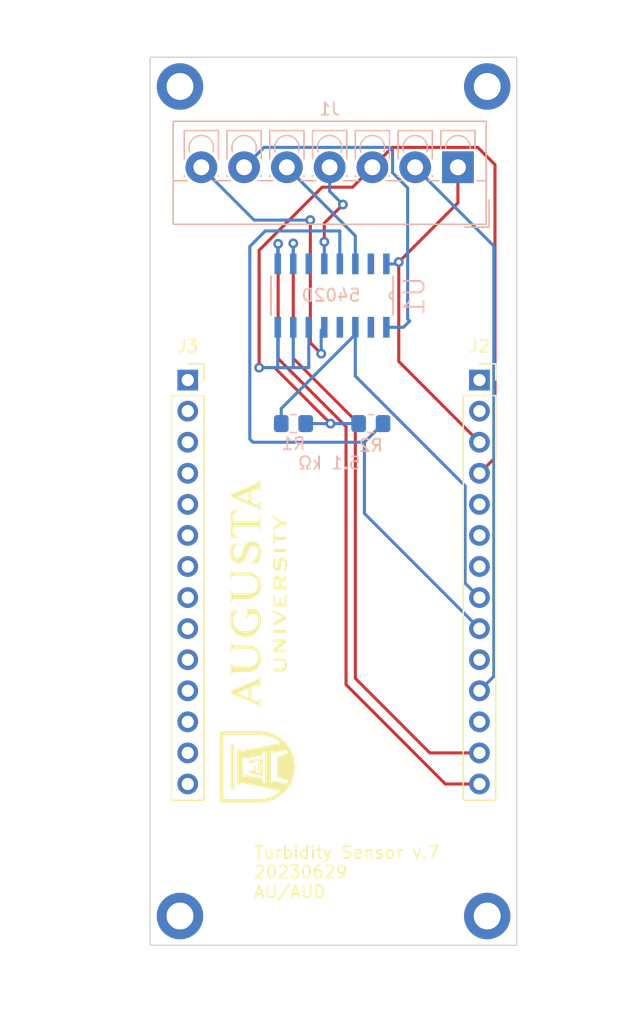
<source format=kicad_pcb>
(kicad_pcb (version 20221018) (generator pcbnew)
  (title_block (title "Turbidity Sensor PCB") (date "2023-06-29") (rev "7") (company "AU/AUD"))
  (layers (0 "F.Cu" signal) (31 "B.Cu" signal) (34 "B.Paste" user) (35 "F.Paste" user) (36 "B.SilkS" user "B.Silkscreen") (37 "F.SilkS" user "F.Silkscreen") (38 "B.Mask" user) (39 "F.Mask" user) (44 "Edge.Cuts" user))
  (net 0 "")
  (net 1 "/3.3V")
  (net 2 "/LED")
  (net 3 "/GND")
  (net 4 "Net-(J1-Pin_4)")
  (net 5 "Net-(J1-Pin_5)")
  (net 6 "Net-(J1-Pin_6)")
  (net 7 "Net-(J1-Pin_7)")
  (net 13 "/SCL")
  (net 14 "/SDA")
  (net 17 "/D7")
  (net 18 "/D6")
  (footprint "MountingHole:MountingHole_2.2mm_M2_DIN965_Pad" (layer "F.Cu") (at 135.001 127.889)
    (fp_text reference "REF**" hide)
    (fp_text value "MountingHole_2.2mm_M2_DIN965_Pad" hide)
  )
  (footprint "Connector_PinSocket_2.54mm:PinSocket_1x14_P2.54mm_Vertical" (layer "F.Cu") (at 159.512 84.074)
    (fp_text reference "J2")
    (fp_text value "Conn_01x14_Pin" hide)
  )
  (footprint "MountingHole:MountingHole_2.2mm_M2_DIN965_Pad" (layer "F.Cu") (at 160.147 60.071)
    (fp_text reference "REF**" hide)
    (fp_text value "MountingHole_2.2mm_M2_DIN965_Pad" hide)
  )
  (footprint "MountingHole:MountingHole_2.2mm_M2_DIN965_Pad" (layer "F.Cu") (at 135.001 60.071)
    (fp_text reference "REF**" hide)
    (fp_text value "MountingHole_2.2mm_M2_DIN965_Pad" hide)
  )
  (footprint "MountingHole:MountingHole_2.2mm_M2_DIN965_Pad" (layer "F.Cu") (at 160.147 127.889)
    (fp_text reference "REF**" hide)
    (fp_text value "MountingHole_2.2mm_M2_DIN965_Pad" hide)
  )
  (footprint "Connector_PinSocket_2.54mm:PinSocket_1x14_P2.54mm_Vertical" (layer "F.Cu") (at 135.636 84.074)
    (fp_text reference "J3")
    (fp_text value "Conn_01x14_Pin" hide)
  )
  (footprint "Resistor_SMD:R_0805_2012Metric_Pad1.20x1.40mm_HandSolder" (layer "B.Cu") (at 150.622 87.63 180)
    (fp_text reference "R2")
    (fp_text value "5.1 kΩ" hide)
  )
  (footprint "Project:74HC4052D" (layer "B.Cu") (at 147.447 77.1652 90)
    (fp_text reference "U1")
    (fp_text value "74HC4052D" hide)
  )
  (footprint "Resistor_SMD:R_0805_2012Metric_Pad1.20x1.40mm_HandSolder" (layer "B.Cu") (at 144.288 87.63)
    (fp_text reference "R1")
    (fp_text value "5.1 kΩ" hide)
  )
  (footprint "TerminalBlock_4Ucon:TerminalBlock_4Ucon_1x07_P3.50mm_Vertical" (layer "B.Cu") (at 157.749 66.675 180)
    (fp_text reference "J1")
    (fp_text value "Screw_Terminal_01x07" hide)
  )
  (gr_poly (pts (xy 139.460287 113.825827) (xy 139.460287 117.572327) (xy 139.153105 117.508827) (xy 139.153105 113.889327)) (fill solid) (layer "F.SilkS"))
  (gr_poly (pts (xy 141.370843 108.527546) (xy 141.583568 108.283071) (xy 141.593887 108.283071) (xy 141.593887 109.224459) (xy 141.583568 109.224459) (xy 141.370843 108.980778) (xy 140.844586 109.196678) (xy 140.844586 110.133302) (xy 141.370843 110.349203) (xy 141.583568 110.106315) (xy 141.593887 110.106315) (xy 141.593887 110.847678) (xy 141.583568 110.847678) (xy 141.370843 110.609552) (xy 140.621543 110.298619) (xy 140.621543 110.044402) (xy 140.621543 109.298277) (xy 139.732543 109.678483) (xy 140.621543 110.044402) (xy 140.621543 110.298619) (xy 139.153899 109.689597) (xy 139.153899 109.484016)) (fill solid) (layer "F.SilkS"))
  (gr_poly (pts (xy 141.370843 92.462047) (xy 141.583568 92.218366) (xy 141.593887 92.218366) (xy 141.593887 93.159754) (xy 141.583568 93.159754) (xy 141.370843 92.916071) (xy 140.844586 93.131973) (xy 140.844586 94.06939) (xy 141.370843 94.28529) (xy 141.583568 94.041609) (xy 141.593887 94.041609) (xy 141.593887 94.78059) (xy 141.583568 94.78059) (xy 141.370843 94.542464) (xy 140.621543 94.231799) (xy 140.621543 93.978902) (xy 140.621543 93.232777) (xy 139.732543 93.612984) (xy 140.621543 93.978902) (xy 140.621543 94.231799) (xy 139.153899 93.623304) (xy 139.153899 93.417723)) (fill solid) (layer "F.SilkS"))
  (gr_poly (pts (xy 143.726693 97.884944) (xy 143.726693 98.136563) (xy 142.640843 98.136563) (xy 142.640843 97.884944)) (fill solid) (layer "F.SilkS"))
  (gr_poly (pts (xy 142.796418 96.51811) (xy 142.796418 96.893554) (xy 143.726693 96.893554) (xy 143.726693 97.142791) (xy 142.796418 97.142791) (xy 142.796418 97.512677) (xy 142.637668 97.512677) (xy 142.637668 96.51811)) (fill solid) (layer "F.SilkS"))
  (gr_poly (pts (xy 141.366749 115.568541) (xy 141.368462 115.542224) (xy 141.370435 115.517039) (xy 141.372678 115.493087) (xy 141.375201 115.47047) (xy 141.378011 115.44929) (xy 141.38112 115.429646) (xy 141.384535 115.411641) (xy 141.388267 115.395375) (xy 141.392324 115.38095) (xy 141.394477 115.374459) (xy 141.396716 115.368466) (xy 141.39904 115.362984) (xy 141.401452 115.358026) (xy 141.403952 115.353603) (xy 141.406542 115.349729) (xy 141.409222 115.346416) (xy 141.411994 115.343678) (xy 141.414859 115.341525) (xy 141.417818 115.339973) (xy 141.420873 115.339032) (xy 141.424024 115.338715) (xy 141.427205 115.339177) (xy 141.430344 115.340547) (xy 141.436484 115.345932) (xy 141.442412 115.3547) (xy 141.448097 115.366682) (xy 141.453508 115.381712) (xy 141.458613 115.399618) (xy 141.46338 115.420234) (xy 141.46778 115.443391) (xy 141.471779 115.468919) (xy 141.475347 115.496651) (xy 141.481062 115.558051) (xy 141.484676 115.62624) (xy 141.485937 115.699871) (xy 141.485546 115.737283) (xy 141.484416 115.773502) (xy 141.482604 115.808362) (xy 141.480169 115.841692) (xy 141.477173 115.873325) (xy 141.473672 115.903091) (xy 141.469728 115.930823) (xy 141.465398 115.956352) (xy 141.460743 115.979508) (xy 141.455822 116.000124) (xy 141.450694 116.018031) (xy 141.445418 116.03306) (xy 141.442744 116.039443) (xy 141.440054 116.045043) (xy 141.437357 116.049839) (xy 141.434661 116.053811) (xy 141.431972 116.056937) (xy 141.429298 116.059195) (xy 141.426646 116.060566) (xy 141.424024 116.061028) (xy 141.421434 116.060711) (xy 141.418874 116.05977) (xy 141.41385 116.056065) (xy 141.408968 116.050014) (xy 141.404242 116.041717) (xy 141.399689 116.031276) (xy 141.395324 116.018793) (xy 141.39116 116.004368) (xy 141.387214 115.988102) (xy 141.3835 115.970096) (xy 141.380034 115.950453) (xy 141.373906 115.906655) (xy 141.36895 115.857519) (xy 141.365287 115.803852) (xy 141.372465 115.799888) (xy 141.379292 115.795474) (xy 141.385751 115.790634) (xy 141.391829 115.785392) (xy 141.39751 115.779772) (xy 141.40278 115.773798) (xy 141.407623 115.767494) (xy 141.412025 115.760884) (xy 141.415971 115.753992) (xy 141.419447 115.746843) (xy 141.422436 115.739459) (xy 141.424926 115.731865) (xy 141.426899 115.724086) (xy 141.428343 115.716144) (xy 141.429242 115.708064) (xy 141.42958 115.699871) (xy 141.429482 115.695762) (xy 141.429242 115.691678) (xy 141.428861 115.687622) (xy 141.428343 115.683598) (xy 141.427688 115.679609) (xy 141.426899 115.675657) (xy 141.425978 115.671745) (xy 141.424926 115.667877) (xy 141.423744 115.664056) (xy 141.422436 115.660283) (xy 141.421003 115.656564) (xy 141.419447 115.6529) (xy 141.417769 115.649294) (xy 141.415971 115.64575) (xy 141.414056 115.64227) (xy 141.412025 115.638858) (xy 141.40988 115.635517) (xy 141.407623 115.632249) (xy 141.405256 115.629057) (xy 141.40278 115.625945) (xy 141.400197 115.622915) (xy 141.39751 115.619971) (xy 141.39472 115.617115) (xy 141.391829 115.614351) (xy 141.388839 115.611681) (xy 141.385751 115.609109) (xy 141.382568 115.606637) (xy 141.379292 115.604269) (xy 141.375923 115.602007) (xy 141.372465 115.599854) (xy 141.368919 115.597815) (xy 141.365287 115.59589)) (fill solid) (layer "F.SilkS"))
  (gr_poly (pts (xy 142.604274 99.115669) (xy 142.606294 99.079533) (xy 142.609665 99.043562) (xy 142.614379 99.007793) (xy 142.620425 98.972262) (xy 142.627793 98.937007) (xy 142.636473 98.902064) (xy 142.646456 98.867471) (xy 142.657731 98.833265) (xy 142.670289 98.799482) (xy 142.684119 98.766159) (xy 142.699212 98.733334) (xy 142.715558 98.701044) (xy 142.733146 98.669325) (xy 142.751967 98.638215) (xy 142.882143 98.729498) (xy 142.867185 98.755844) (xy 142.853127 98.782617) (xy 142.839974 98.809791) (xy 142.827733 98.837345) (xy 142.816411 98.865254) (xy 142.806014 98.893496) (xy 142.796548 98.922048) (xy 142.788021 98.950885) (xy 142.780438 98.979984) (xy 142.773806 99.009323) (xy 142.768132 99.038878) (xy 142.763421 99.068626) (xy 142.759681 99.098543) (xy 142.756918 99.128607) (xy 142.755139 99.158793) (xy 142.754349 99.189079) (xy 142.754585 99.211118) (xy 142.75538 99.233606) (xy 142.756866 99.256285) (xy 142.759174 99.278896) (xy 142.762435 99.301182) (xy 142.766781 99.322884) (xy 142.772343 99.343745) (xy 142.779253 99.363505) (xy 142.787642 99.381907) (xy 142.792432 99.390519) (xy 142.797641 99.398694) (xy 142.803285 99.4064) (xy 142.809382 99.413605) (xy 142.815947 99.420278) (xy 142.822996 99.426385) (xy 142.830546 99.431894) (xy 142.838615 99.436774) (xy 142.847217 99.440991) (xy 142.856369 99.444514) (xy 142.866088 99.44731) (xy 142.876391 99.449347) (xy 142.887293 99.450593) (xy 142.898811 99.451016) (xy 142.910276 99.450405) (xy 142.921021 99.448604) (xy 142.931073 99.445661) (xy 142.940459 99.441622) (xy 142.949202 99.436536) (xy 142.957329 99.430448) (xy 142.964865 99.423406) (xy 142.971837 99.415458) (xy 142.978268 99.406651) (xy 142.984186 99.397031) (xy 142.989616 99.386647) (xy 142.994582 99.375546) (xy 142.999112 99.363774) (xy 143.00323 99.351379) (xy 143.006962 99.338408) (xy 143.010333 99.324908) (xy 143.016097 99.296512) (xy 143.020727 99.266569) (xy 143.024426 99.235456) (xy 143.027399 99.203551) (xy 143.03613 99.075572) (xy 143.039456 99.033895) (xy 143.043947 98.991073) (xy 143.049856 98.947635) (xy 143.057437 98.90411) (xy 143.066944 98.861027) (xy 143.07863 98.818914) (xy 143.092748 98.778301) (xy 143.109552 98.739717) (xy 143.129295 98.703692) (xy 143.140348 98.686803) (xy 143.152231 98.670753) (xy 143.164976 98.655606) (xy 143.178614 98.64143) (xy 143.193177 98.62829) (xy 143.208696 98.616252) (xy 143.225204 98.605383) (xy 143.242732 98.595749) (xy 143.261311 98.587415) (xy 143.280974 98.580448) (xy 143.301752 98.574915) (xy 143.323676 98.57088) (xy 143.346779 98.568411) (xy 143.371093 98.567573) (xy 143.398178 98.568471) (xy 143.424085 98.57112) (xy 143.448833 98.575452) (xy 143.472444 98.5814) (xy 143.49494 98.588896) (xy 143.516339 98.597873) (xy 143.536665 98.608263) (xy 143.555937 98.619998) (xy 143.574177 98.633011) (xy 143.591405 98.647234) (xy 143.607642 98.6626) (xy 143.62291 98.679041) (xy 143.637229 98.696489) (xy 143.65062 98.714878) (xy 143.663104 98.734138) (xy 143.674702 98.754204) (xy 143.685435 98.775006) (xy 143.695324 98.796478) (xy 143.70439 98.818552) (xy 143.712653 98.841161) (xy 143.720135 98.864236) (xy 143.726857 98.887711) (xy 143.738103 98.935588) (xy 143.746558 98.98425) (xy 143.75239 99.033158) (xy 143.755767 99.08177) (xy 143.756855 99.129547) (xy 143.756775 99.171069) (xy 143.754953 99.212422) (xy 143.751408 99.253553) (xy 143.746154 99.294411) (xy 143.73921 99.334945) (xy 143.730592 99.375103) (xy 143.720317 99.414834) (xy 143.708402 99.454087) (xy 143.694862 99.492809) (xy 143.679716 99.53095) (xy 143.66298 99.568458) (xy 143.644671 99.605281) (xy 143.624805 99.641369) (xy 143.603399 99.67667) (xy 143.580471 99.711132) (xy 143.556037 99.744704) (xy 143.428243 99.639135) (xy 143.4494 99.612101) (xy 143.469304 99.584272) (xy 143.487941 99.555691) (xy 143.505293 99.526403) (xy 143.521346 99.496452) (xy 143.536083 99.465882) (xy 143.549489 99.434737) (xy 143.561548 99.403063) (xy 143.572244 99.370903) (xy 143.581562 99.338301) (xy 143.589484 99.305302) (xy 143.595997 99.27195) (xy 143.601084 99.238289) (xy 143.604729 99.204364) (xy 143.606916 99.170219) (xy 143.607631 99.135898) (xy 143.607187 99.101617) (xy 143.605795 99.068519) (xy 143.603361 99.036747) (xy 143.599792 99.006443) (xy 143.594996 98.977747) (xy 143.588878 98.950803) (xy 143.581347 98.925751) (xy 143.572308 98.902734) (xy 143.56167 98.881894) (xy 143.555722 98.872335) (xy 143.549339 98.863373) (xy 143.54251 98.855026) (xy 143.535222 98.847311) (xy 143.527465 98.840248) (xy 143.519226 98.833852) (xy 143.510495 98.828143) (xy 143.501259 98.823137) (xy 143.491506 98.818853) (xy 143.481226 98.815308) (xy 143.470406 98.81252) (xy 143.459035 98.810506) (xy 143.447101 98.809285) (xy 143.434593 98.808874) (xy 143.422187 98.809375) (xy 143.41055 98.810857) (xy 143.399657 98.813285) (xy 143.389481 98.816627) (xy 143.379996 98.820848) (xy 143.371176 98.825915) (xy 143.362996 98.831795) (xy 143.355429 98.838454) (xy 143.348449 98.845857) (xy 143.34203 98.853973) (xy 143.336146 98.862767) (xy 143.330771 98.872205) (xy 143.32588 98.882254) (xy 143.321445 98.892881) (xy 143.317442 98.904052) (xy 143.313844 98.915732) (xy 143.310624 98.92789) (xy 143.307758 98.940491) (xy 143.305219 98.953501) (xy 143.302981 98.966887) (xy 143.299303 98.994654) (xy 143.296518 99.023521) (xy 143.294415 99.053221) (xy 143.292789 99.083485) (xy 143.29013 99.14463) (xy 143.287539 99.187772) (xy 143.283501 99.232555) (xy 143.277817 99.278368) (xy 143.270286 99.3246) (xy 143.26071 99.370642) (xy 143.248886 99.415883) (xy 143.234617 99.459712) (xy 143.217701 99.501519) (xy 143.197938 99.540694) (xy 143.186927 99.559104) (xy 143.175129 99.576626) (xy 143.16252 99.593185) (xy 143.149074 99.608705) (xy 143.134767 99.623109) (xy 143.119573 99.63632) (xy 143.103468 99.648263) (xy 143.086426 99.658861) (xy 143.068422 99.668038) (xy 143.049432 99.675718) (xy 143.02943 99.681823) (xy 143.008392 99.686279) (xy 142.986292 99.689008) (xy 142.963105 99.689935) (xy 142.938192 99.689163) (xy 142.91434 99.686883) (xy 142.891532 99.683149) (xy 142.86975 99.678017) (xy 142.848975 99.67154) (xy 142.829191 99.663774) (xy 142.81038 99.654773) (xy 142.792523 99.644592) (xy 142.775604 99.633286) (xy 142.759604 99.620908) (xy 142.744506 99.607515) (xy 142.730292 99.593159) (xy 142.716944 99.577897) (xy 142.704444 99.561783) (xy 142.692775 99.544871) (xy 142.681919 99.527216) (xy 142.671859 99.508873) (xy 142.662576 99.489896) (xy 142.654053 99.47034) (xy 142.646272 99.450259) (xy 142.639215 99.429709) (xy 142.632865 99.408744) (xy 142.627204 99.387418) (xy 142.622215 99.365787) (xy 142.614177 99.321825) (xy 142.608612 99.277296) (xy 142.605377 99.232637) (xy 142.60433 99.188285) (xy 142.603616 99.151931)) (fill solid) (layer "F.SilkS"))
  (gr_poly (pts (xy 143.286161 107.661565) (xy 143.319604 107.660459) (xy 143.351968 107.657114) (xy 143.383104 107.651482) (xy 143.398165 107.647795) (xy 143.412864 107.643519) (xy 143.427181 107.638649) (xy 143.441098 107.63318) (xy 143.454596 107.627105) (xy 143.467657 107.620418) (xy 143.480263 107.613115) (xy 143.492394 107.60519) (xy 143.504032 107.596636) (xy 143.515158 107.587448) (xy 143.525755 107.577621) (xy 143.535802 107.567149) (xy 143.545282 107.556026) (xy 143.554176 107.544247) (xy 143.562466 107.531805) (xy 143.570132 107.518695) (xy 143.577156 107.504912) (xy 143.58352 107.49045) (xy 143.589205 107.475303) (xy 143.594192 107.459465) (xy 143.598464 107.442932) (xy 143.602 107.425696) (xy 143.604783 107.407753) (xy 143.606793 107.389096) (xy 143.608013 107.369721) (xy 143.608424 107.349622) (xy 143.60802 107.327151) (xy 143.606818 107.305572) (xy 143.604835 107.284871) (xy 143.602088 107.265038) (xy 143.598593 107.24606) (xy 143.594365 107.227927) (xy 143.589422 107.210626) (xy 143.583781 107.194146) (xy 143.577457 107.178475) (xy 143.570466 107.163602) (xy 143.562826 107.149515) (xy 143.554553 107.136202) (xy 143.545663 107.123653) (xy 143.536173 107.111854) (xy 143.526098 107.100794) (xy 143.515456 107.090463) (xy 143.504263 107.080847) (xy 143.492535 107.071937) (xy 143.480289 107.063719) (xy 143.467541 107.056183) (xy 143.454308 107.049316) (xy 143.440606 107.043108) (xy 143.426451 107.037546) (xy 143.41186 107.032618) (xy 143.396849 107.028314) (xy 143.381435 107.024622) (xy 143.349462 107.019025) (xy 143.316073 107.015736) (xy 143.281399 107.01466) (xy 142.640843 107.01466) (xy 142.640843 106.833684) (xy 143.30283 106.833684) (xy 143.325618 106.832696) (xy 143.348301 106.832971) (xy 143.370831 106.834489) (xy 143.393161 106.837232) (xy 143.415244 106.841183) (xy 143.437032 106.846323) (xy 143.458478 106.852634) (xy 143.479535 106.860097) (xy 143.500154 106.868694) (xy 143.520289 106.878408) (xy 143.539892 106.889218) (xy 143.558915 106.901109) (xy 143.577312 106.91406) (xy 143.595034 106.928054) (xy 143.612035 106.943072) (xy 143.628267 106.959096) (xy 143.645787 106.980926) (xy 143.662158 107.003486) (xy 143.677367 107.026729) (xy 143.691396 107.05061) (xy 143.704233 107.075083) (xy 143.715862 107.100102) (xy 143.726267 107.125622) (xy 143.735435 107.151597) (xy 143.743349 107.17798) (xy 143.749996 107.204726) (xy 143.75536 107.231789) (xy 143.759425 107.259123) (xy 143.762179 107.286684) (xy 143.763604 107.314423) (xy 143.763687 107.342297) (xy 143.762412 107.370259) (xy 143.763866 107.398342) (xy 143.764023 107.426357) (xy 143.762894 107.45426) (xy 143.760492 107.482011) (xy 143.75683 107.509566) (xy 143.751921 107.536884) (xy 143.745777 107.563923) (xy 143.738411 107.590641) (xy 143.729835 107.616996) (xy 143.720063 107.642945) (xy 143.709106 107.668446) (xy 143.696977 107.693458) (xy 143.683689 107.717939) (xy 143.669255 107.741846) (xy 143.653688 107.765137) (xy 143.636999 107.787771) (xy 143.620662 107.804572) (xy 143.60346 107.820263) (xy 143.58545 107.834823) (xy 143.566687 107.848232) (xy 143.54723 107.860467) (xy 143.527135 107.871509) (xy 143.506459 107.881335) (xy 143.485259 107.889925) (xy 143.463592 107.897257) (xy 143.441514 107.903311) (xy 143.419084 107.908065) (xy 143.396357 107.911498) (xy 143.373391 107.913588) (xy 143.350242 107.914316) (xy 143.326967 107.913659) (xy 143.303624 107.911596) (xy 142.640843 107.911596) (xy 142.640843 107.661565)) (fill solid) (layer "F.SilkS"))
  (gr_poly (pts (xy 143.726693 104.491328) (xy 143.726693 104.742946) (xy 142.640843 104.742946) (xy 142.640843 104.491328)) (fill solid) (layer "F.SilkS"))
  (gr_poly (pts (xy 139.117798 103.68951) (xy 139.120162 103.63628) (xy 139.123682 103.583152) (xy 139.128352 103.530143) (xy 139.134171 103.477274) (xy 139.141135 103.424562) (xy 139.14924 103.372026) (xy 139.158482 103.319685) (xy 139.168859 103.267556) (xy 139.180366 103.215659) (xy 139.193001 103.164013) (xy 139.20676 103.112634) (xy 139.221638 103.061543) (xy 139.237634 103.010758) (xy 139.254743 102.960297) (xy 139.272962 102.910179) (xy 139.272962 102.910178) (xy 139.828587 102.910178) (xy 139.828587 102.920497) (xy 139.757092 102.976946) (xy 139.692696 103.032607) (xy 139.635055 103.087512) (xy 139.583826 103.141693) (xy 139.538667 103.195181) (xy 139.499235 103.248008) (xy 139.465185 103.300204) (xy 139.436176 103.351801) (xy 139.411865 103.402831) (xy 139.391908 103.453325) (xy 139.375962 103.503315) (xy 139.363685 103.552831) (xy 139.354733 103.601905) (xy 139.348763 103.650569) (xy 139.345433 103.698854) (xy 139.344399 103.746791) (xy 139.345617 103.795318) (xy 139.349239 103.842798) (xy 139.355219 103.8892) (xy 139.36351 103.93449) (xy 139.374065 103.978637) (xy 139.386838 104.021608) (xy 139.401782 104.06337) (xy 139.41885 104.103892) (xy 139.437997 104.14314) (xy 139.459174 104.181083) (xy 139.482336 104.217688) (xy 139.507436 104.252923) (xy 139.534427 104.286755) (xy 139.563262 104.319151) (xy 139.593895 104.35008) (xy 139.62628 104.379509) (xy 139.660369 104.407405) (xy 139.696115 104.433737) (xy 139.733474 104.458471) (xy 139.772396 104.481576) (xy 139.812837 104.503018) (xy 139.854749 104.522766) (xy 139.898085 104.540787) (xy 139.9428 104.557049) (xy 139.988846 104.571518) (xy 140.036176 104.584164) (xy 140.084745 104.594953) (xy 140.134504 104.603853) (xy 140.185409 104.610832) (xy 140.237411 104.615857) (xy 140.290465 104.618896) (xy 140.344524 104.619916) (xy 140.389768 104.619916) (xy 140.445762 104.618762) (xy 140.500608 104.615333) (xy 140.554265 104.60968) (xy 140.606691 104.601854) (xy 140.657845 104.591905) (xy 140.707686 104.579884) (xy 140.756172 104.565842) (xy 140.803262 104.54983) (xy 140.848915 104.531899) (xy 140.89309 104.512098) (xy 140.935745 104.490479) (xy 140.976839 104.467093) (xy 141.016331 104.44199) (xy 141.054179 104.415221) (xy 141.090343 104.386836) (xy 141.12478 104.356887) (xy 141.157451 104.325424) (xy 141.188312 104.292498) (xy 141.217324 104.25816) (xy 141.244444 104.22246) (xy 141.269632 104.185449) (xy 141.292847 104.147177) (xy 141.314046 104.107696) (xy 141.333189 104.067057) (xy 141.350235 104.025309) (xy 141.365142 103.982504) (xy 141.377868 103.938692) (xy 141.388374 103.893925) (xy 141.396616 103.848252) (xy 141.402555 103.801725) (xy 141.406148 103.754394) (xy 141.407355 103.70631) (xy 141.407492 103.68361) (xy 141.407017 103.660944) (xy 141.405933 103.638324) (xy 141.404242 103.615761) (xy 141.401947 103.593267) (xy 141.399051 103.570856) (xy 141.395554 103.548538) (xy 141.391461 103.526326) (xy 141.386773 103.504232) (xy 141.381493 103.482268) (xy 141.375622 103.460446) (xy 141.369164 103.438777) (xy 141.362121 103.417275) (xy 141.354496 103.395951) (xy 141.346289 103.374817) (xy 141.337505 103.353885) (xy 141.328064 103.332612) (xy 141.323163 103.322642) (xy 141.318123 103.313107) (xy 141.312931 103.304001) (xy 141.307573 103.295317) (xy 141.302036 103.287047) (xy 141.296305 103.279185) (xy 141.290367 103.271725) (xy 141.284208 103.264659) (xy 141.277815 103.25798) (xy 141.271174 103.251682) (xy 141.264272 103.245757) (xy 141.257094 103.2402) (xy 141.249628 103.235003) (xy 141.241858 103.230159) (xy 141.233773 103.225661) (xy 141.225357 103.221504) (xy 141.216598 103.217679) (xy 141.207482 103.21418) (xy 141.197995 103.211) (xy 141.188123 103.208133) (xy 141.177853 103.205571) (xy 141.167171 103.203308) (xy 141.156064 103.201336) (xy 141.144517 103.19965) (xy 141.132518 103.198242) (xy 141.120052 103.197105) (xy 141.093665 103.195618) (xy 141.065249 103.195135) (xy 140.681074 103.195135) (xy 140.461205 103.638047) (xy 140.450887 103.638047) (xy 140.450887 102.79826) (xy 141.308137 102.79826) (xy 141.344761 102.849631) (xy 141.379256 102.902253) (xy 141.411597 102.956058) (xy 141.441761 103.010978) (xy 141.469726 103.066946) (xy 141.495469 103.123896) (xy 141.518967 103.181758) (xy 141.540197 103.240467) (xy 141.559136 103.299954) (xy 141.575761 103.360152) (xy 141.590049 103.420995) (xy 141.601977 103.482413) (xy 141.611523 103.544341) (xy 141.618664 103.60671) (xy 141.623376 103.669453) (xy 141.625637 103.732502) (xy 141.624283 103.799834) (xy 141.620239 103.866479) (xy 141.613532 103.932343) (xy 141.604187 103.997332) (xy 141.59223 104.061348) (xy 141.577688 104.124298) (xy 141.560587 104.186086) (xy 141.540953 104.246618) (xy 141.518813 104.305796) (xy 141.494191 104.363528) (xy 141.467115 104.419717) (xy 141.437611 104.474267) (xy 141.405704 104.527085) (xy 141.371422 104.578075) (xy 141.334789 104.627141) (xy 141.295833 104.674189) (xy 141.25458 104.719123) (xy 141.211055 104.761847) (xy 141.165285 104.802268) (xy 141.117295 104.840289) (xy 141.067113 104.875815) (xy 141.014764 104.908752) (xy 140.960275 104.939004) (xy 140.903671 104.966475) (xy 140.844979 104.991071) (xy 140.784225 105.012697) (xy 140.721435 105.031256) (xy 140.656635 105.046655) (xy 140.589852 105.058797) (xy 140.521111 105.067588) (xy 140.450439 105.072933) (xy 140.377861 105.074735) (xy 140.346905 105.074735) (xy 140.277102 105.072913) (xy 140.208953 105.067512) (xy 140.142497 105.058635) (xy 140.07777 105.046382) (xy 140.014808 105.030854) (xy 139.953648 105.012152) (xy 139.894328 104.990378) (xy 139.836884 104.965632) (xy 139.781352 104.938015) (xy 139.72777 104.907628) (xy 139.676174 104.874573) (xy 139.6266 104.83895) (xy 139.579087 104.80086) (xy 139.53367 104.760404) (xy 139.490387 104.717684) (xy 139.449273 104.6728) (xy 139.410367 104.625854) (xy 139.373704 104.576945) (xy 139.339321 104.526177) (xy 139.307256 104.473648) (xy 139.277544 104.419461) (xy 139.250223 104.363716) (xy 139.22533 104.306515) (xy 139.202901 104.247958) (xy 139.182973 104.188147) (xy 139.165582 104.127182) (xy 139.150766 104.065164) (xy 139.138562 104.002195) (xy 139.129006 103.938376) (xy 139.122134 103.873806) (xy 139.117984 103.808589) (xy 139.116593 103.742824)) (fill solid) (layer "F.SilkS"))
  (gr_poly (pts (xy 143.355218 105.466848) (xy 142.640843 105.466848) (xy 142.640843 105.285872) (xy 143.726693 105.285872) (xy 143.726693 105.500977) (xy 142.932943 106.146297) (xy 143.726693 106.146297) (xy 143.726693 106.327272) (xy 142.640843 106.327272) (xy 142.640843 106.047078)) (fill solid) (layer "F.SilkS"))
  (gr_poly (pts (xy 139.117619 98.166359) (xy 139.120522 98.116872) (xy 139.124505 98.067495) (xy 139.129565 98.018247) (xy 139.135698 97.969145) (xy 139.1429 97.920206) (xy 139.151169 97.871447) (xy 139.160499 97.822887) (xy 139.170888 97.774541) (xy 139.182333 97.726429) (xy 139.194829 97.678567) (xy 139.208373 97.630973) (xy 139.222962 97.583664) (xy 139.238592 97.536657) (xy 139.25526 97.489971) (xy 139.272962 97.443621) (xy 139.828587 97.443621) (xy 139.828587 97.453942) (xy 139.773181 97.493893) (xy 139.720727 97.535131) (xy 139.671309 97.577601) (xy 139.625015 97.62125) (xy 139.581929 97.666024) (xy 139.542139 97.71187) (xy 139.50573 97.758735) (xy 139.472788 97.806565) (xy 139.4434 97.855307) (xy 139.41765 97.904906) (xy 139.395627 97.955311) (xy 139.386039 97.980798) (xy 139.377414 98.006466) (xy 139.369764 98.032308) (xy 139.363099 98.058319) (xy 139.35743 98.08449) (xy 139.352768 98.110816) (xy 139.349123 98.137289) (xy 139.346506 98.163903) (xy 139.344928 98.190652) (xy 139.344399 98.217528) (xy 139.344964 98.247611) (xy 139.346628 98.276409) (xy 139.349346 98.303944) (xy 139.353075 98.330236) (xy 139.357768 98.355309) (xy 139.363382 98.379182) (xy 139.369871 98.401879) (xy 139.377191 98.42342) (xy 139.385297 98.443828) (xy 139.394144 98.463123) (xy 139.403688 98.481329) (xy 139.413883 98.498465) (xy 139.424686 98.514555) (xy 139.43605 98.529619) (xy 139.447932 98.543679) (xy 139.460287 98.556758) (xy 139.473069 98.568875) (xy 139.486235 98.580055) (xy 139.499739 98.590317) (xy 139.513536 98.599683) (xy 139.541833 98.615817) (xy 139.570767 98.628629) (xy 139.59998 98.638292) (xy 139.629114 98.644979) (xy 139.65781 98.648865) (xy 139.685712 98.650122) (xy 139.703174 98.650122) (xy 139.725057 98.649481) (xy 139.746075 98.64757) (xy 139.766259 98.64441) (xy 139.785636 98.640018) (xy 139.804236 98.634415) (xy 139.822087 98.627618) (xy 139.839219 98.619647) (xy 139.855661 98.610521) (xy 139.871441 98.600259) (xy 139.886588 98.58888) (xy 139.901132 98.576404) (xy 139.915101 98.562848) (xy 139.928524 98.548233) (xy 139.94143 98.532576) (xy 139.953847 98.515898) (xy 139.965806 98.498218) (xy 139.977335 98.479554) (xy 139.988462 98.459925) (xy 139.999217 98.43935) (xy 140.009628 98.417849) (xy 140.029537 98.372144) (xy 140.048418 98.322961) (xy 140.066504 98.270452) (xy 140.084027 98.21477) (xy 140.101217 98.156068) (xy 140.118305 98.094497) (xy 140.146068 97.995339) (xy 140.175914 97.901829) (xy 140.208049 97.814069) (xy 140.242676 97.732163) (xy 140.280001 97.656216) (xy 140.320228 97.586329) (xy 140.363562 97.522608) (xy 140.410207 97.465154) (xy 140.434835 97.43881) (xy 140.460368 97.414072) (xy 140.486831 97.390953) (xy 140.51425 97.369466) (xy 140.54265 97.349623) (xy 140.572058 97.331438) (xy 140.602497 97.314923) (xy 140.633995 97.300092) (xy 140.666576 97.286957) (xy 140.700267 97.275531) (xy 140.735092 97.265828) (xy 140.771078 97.25786) (xy 140.80825 97.251641) (xy 140.846633 97.247182) (xy 140.886254 97.244497) (xy 140.927137 97.243599) (xy 140.948568 97.243599) (xy 140.982443 97.244528) (xy 141.016021 97.247307) (xy 141.049251 97.251927) (xy 141.082081 97.258378) (xy 141.11446 97.266651) (xy 141.146338 97.276735) (xy 141.177663 97.288621) (xy 141.208385 97.302299) (xy 141.238452 97.31776) (xy 141.267813 97.334993) (xy 141.296418 97.35399) (xy 141.324215 97.374739) (xy 141.351153 97.397233) (xy 141.377182 97.421459) (xy 141.40225 97.44741) (xy 141.426306 97.475075) (xy 141.4493 97.504445) (xy 141.47118 97.53551) (xy 141.491895 97.568259) (xy 141.511394 97.602684) (xy 141.529626 97.638775) (xy 141.546541 97.676521) (xy 141.562087 97.715914) (xy 141.576213 97.756943) (xy 141.588869 97.799598) (xy 141.600002 97.84387) (xy 141.609562 97.88975) (xy 141.617499 97.937227) (xy 141.623761 97.986292) (xy 141.628297 98.036935) (xy 141.631056 98.089145) (xy 141.631987 98.142915) (xy 141.630505 98.197963) (xy 141.626196 98.254316) (xy 141.619267 98.311752) (xy 141.609923 98.370051) (xy 141.598369 98.428992) (xy 141.584813 98.488354) (xy 141.569458 98.547916) (xy 141.552512 98.607457) (xy 141.514668 98.725592) (xy 141.472927 98.840993) (xy 141.428934 98.951892) (xy 141.384337 99.056522) (xy 140.768387 99.056522) (xy 140.768387 99.046202) (xy 140.83922 98.993249) (xy 140.906656 98.940292) (xy 140.970531 98.887233) (xy 141.030684 98.833974) (xy 141.086953 98.780416) (xy 141.139178 98.726464) (xy 141.187196 98.672018) (xy 141.230845 98.616982) (xy 141.269965 98.561257) (xy 141.304393 98.504746) (xy 141.333967 98.447352) (xy 141.346884 98.418293) (xy 141.358527 98.388976) (xy 141.368876 98.35939) (xy 141.377911 98.329522) (xy 141.385611 98.299359) (xy 141.391956 98.26889) (xy 141.396927 98.238103) (xy 141.400502 98.206984) (xy 141.402662 98.175523) (xy 141.403387 98.143707) (xy 141.402891 98.113444) (xy 141.401421 98.084122) (xy 141.399001 98.055741) (xy 141.395658 98.028305) (xy 141.391417 98.001813) (xy 141.386303 97.976267) (xy 141.380342 97.951668) (xy 141.373559 97.928018) (xy 141.365979 97.905318) (xy 141.357629 97.883569) (xy 141.348532 97.862773) (xy 141.338716 97.842931) (xy 141.328205 97.824043) (xy 141.317025 97.806113) (xy 141.3052 97.78914) (xy 141.292758 97.773126) (xy 141.279722 97.758073) (xy 141.266119 97.743981) (xy 141.251973 97.730852) (xy 141.237311 97.718688) (xy 141.222158 97.707489) (xy 141.206539 97.697257) (xy 141.19048 97.687994) (xy 141.174005 97.6797) (xy 141.157141 97.672377) (xy 141.139913 97.666026) (xy 141.122347 97.660648) (xy 141.104467 97.656245) (xy 141.086299 97.652819) (xy 141.067869 97.65037) (xy 141.030324 97.648409) (xy 141.012861 97.648409) (xy 140.98527 97.649251) (xy 140.958731 97.651755) (xy 140.933214 97.655883) (xy 140.908689 97.661599) (xy 140.885126 97.668865) (xy 140.862492 97.677647) (xy 140.840758 97.687906) (xy 140.819893 97.699606) (xy 140.799867 97.71271) (xy 140.780648 97.727183) (xy 140.762206 97.742987) (xy 140.74451 97.760086) (xy 140.72753 97.778442) (xy 140.711235 97.798021) (xy 140.695595 97.818784) (xy 140.680578 97.840695) (xy 140.666154 97.863717) (xy 140.652292 97.887815) (xy 140.638962 97.912951) (xy 140.626133 97.939089) (xy 140.601855 97.994223) (xy 140.579213 98.052924) (xy 140.557962 98.114899) (xy 140.537856 98.179856) (xy 140.51865 98.2475) (xy 140.500099 98.31754) (xy 140.47591 98.402608) (xy 140.449166 98.482465) (xy 140.41984 98.557074) (xy 140.387907 98.626396) (xy 140.353342 98.690392) (xy 140.31612 98.749025) (xy 140.276213 98.802256) (xy 140.233597 98.850047) (xy 140.211266 98.87189) (xy 140.188247 98.892359) (xy 140.164538 98.911448) (xy 140.140136 98.929154) (xy 140.115038 98.94547) (xy 140.08924 98.960393) (xy 140.062739 98.973917) (xy 140.035532 98.986039) (xy 140.007616 98.996752) (xy 139.978987 99.006052) (xy 139.949643 99.013934) (xy 139.919579 99.020395) (xy 139.888794 99.025428) (xy 139.857284 99.029028) (xy 139.825045 99.031192) (xy 139.792074 99.031915) (xy 139.767468 99.031915) (xy 139.735569 99.030989) (xy 139.703903 99.028227) (xy 139.67252 99.023656) (xy 139.641472 99.017299) (xy 139.610811 99.009181) (xy 139.580586 98.999328) (xy 139.55085 98.987765) (xy 139.521653 98.974517) (xy 139.493047 98.959608) (xy 139.465083 98.943064) (xy 139.437812 98.924909) (xy 139.411285 98.905169) (xy 139.385553 98.883869) (xy 139.360668 98.861033) (xy 139.33668 98.836687) (xy 139.313641 98.810855) (xy 139.291602 98.783563) (xy 139.270614 98.754836) (xy 139.250729 98.724699) (xy 139.231997 98.693176) (xy 139.214469 98.660292) (xy 139.198197 98.626074) (xy 139.183232 98.590544) (xy 139.169625 98.55373) (xy 139.157428 98.515655) (xy 139.14669 98.476345) (xy 139.137464 98.435824) (xy 139.129801 98.394118) (xy 139.123752 98.351251) (xy 139.119368 98.30725) (xy 139.1167 98.262137) (xy 139.115799 98.21594)) (fill solid) (layer "F.SilkS"))
  (gr_poly (pts (xy 141.477999 112.774109) (xy 141.577522 112.775752) (xy 141.676485 112.780742) (xy 141.774818 112.789035) (xy 141.872451 112.800592) (xy 141.969314 112.815372) (xy 142.065338 112.833332) (xy 142.160453 112.854433) (xy 142.254588 112.878633) (xy 142.347675 112.90589) (xy 142.439643 112.936165) (xy 142.530422 112.969415) (xy 142.619944 113.005599) (xy 142.708137 113.044677) (xy 142.794932 113.086607) (xy 142.88026 113.131349) (xy 142.96405 113.17886) (xy 143.046233 113.229101) (xy 143.126739 113.282029) (xy 143.205498 113.337605) (xy 143.28244 113.395786) (xy 143.357495 113.456531) (xy 143.430595 113.5198) (xy 143.501668 113.585551) (xy 143.570646 113.653744) (xy 143.637457 113.724336) (xy 143.702034 113.797288) (xy 143.764305 113.872557) (xy 143.8242 113.950103) (xy 143.881651 114.029885) (xy 143.936588 114.111861) (xy 143.988939 114.195991) (xy 144.038637 114.282233) (xy 144.068006 114.336209) (xy 144.147068 114.498162) (xy 144.215589 114.663537) (xy 144.273568 114.831845) (xy 144.321006 115.002597) (xy 144.357902 115.175304) (xy 144.384256 115.349477) (xy 144.400068 115.524628) (xy 144.405339 115.700268) (xy 144.400068 115.875908) (xy 144.384256 116.051059) (xy 144.357902 116.225232) (xy 144.321006 116.397939) (xy 144.273568 116.568691) (xy 144.215589 116.736999) (xy 144.147068 116.902374) (xy 144.068006 117.064327) (xy 144.038637 117.118302) (xy 144.038596 117.118374) (xy 144.038557 117.118446) (xy 143.936498 117.288812) (xy 143.824102 117.450564) (xy 143.727487 117.571405) (xy 143.727487 117.054008) (xy 143.743201 117.027728) (xy 143.758592 117.001274) (xy 143.773661 116.974646) (xy 143.788407 116.947844) (xy 143.802831 116.920869) (xy 143.816933 116.89372) (xy 143.830711 116.866398) (xy 143.844168 116.838902) (xy 142.949612 116.53569) (xy 142.949612 114.862465) (xy 143.844168 114.56084) (xy 143.844168 114.560046) (xy 143.830699 114.532364) (xy 143.816883 114.50488) (xy 143.802719 114.477595) (xy 143.788208 114.450508) (xy 143.77335 114.42362) (xy 143.758145 114.39693) (xy 143.742592 114.370439) (xy 143.726693 114.344146) (xy 142.643224 114.565602) (xy 142.438436 114.411615) (xy 142.438436 116.98654) (xy 142.643224 116.832552) (xy 143.727487 117.054008) (xy 143.727487 117.571405) (xy 143.701927 117.603373) (xy 143.570533 117.74691) (xy 143.430477 117.880845) (xy 143.282319 118.004852) (xy 143.126616 118.118599) (xy 142.963929 118.221759) (xy 142.794814 118.314003) (xy 142.619832 118.395001) (xy 142.439541 118.464425) (xy 142.254499 118.521947) (xy 142.065265 118.567237) (xy 141.872398 118.599966) (xy 141.676456 118.619806) (xy 141.477999 118.626427) (xy 138.550649 118.626427) (xy 138.550649 118.325596) (xy 141.477205 118.325596) (xy 141.597675 118.322921) (xy 141.717447 118.314751) (xy 141.836346 118.301151) (xy 141.954199 118.282188) (xy 142.070831 118.257928) (xy 142.186068 118.228438) (xy 142.299736 118.193783) (xy 142.411662 118.154031) (xy 142.521672 118.109246) (xy 142.62959 118.059496) (xy 142.735244 118.004847) (xy 142.838459 117.945365) (xy 142.939062 117.881117) (xy 143.036878 117.812167) (xy 143.131734 117.738584) (xy 143.223455 117.660433) (xy 141.989174 117.404534) (xy 141.989174 116.998446) (xy 141.989174 114.400502) (xy 141.782799 114.442571) (xy 141.782799 114.746577) (xy 140.346905 115.038677) (xy 140.138943 114.883896) (xy 140.138943 116.515052) (xy 140.345318 116.359477) (xy 141.782799 116.652371) (xy 141.782799 116.956377) (xy 141.989174 116.998446) (xy 141.989174 117.404534) (xy 140.038137 117.000033) (xy 139.788899 117.188152) (xy 139.686505 117.188152) (xy 139.686505 114.210002) (xy 139.788899 114.210002) (xy 140.038137 114.398121) (xy 143.22428 113.735368) (xy 143.132561 113.657216) (xy 143.037706 113.583631) (xy 142.939891 113.51468) (xy 142.839289 113.45043) (xy 142.736074 113.390946) (xy 142.63042 113.336295) (xy 142.522501 113.286544) (xy 142.412491 113.241758) (xy 142.300563 113.202003) (xy 142.186893 113.167347) (xy 142.071653 113.137855) (xy 141.955017 113.113593) (xy 141.83716 113.094628) (xy 141.718255 113.081026) (xy 141.598477 113.072854) (xy 141.477999 113.070177) (xy 138.550649 113.070177) (xy 138.550649 118.325596) (xy 138.550649 118.626427) (xy 138.249818 118.626427) (xy 138.249818 112.774109)) (fill solid) (layer "F.SilkS"))
  (gr_poly (pts (xy 142.641219 100.531808) (xy 142.642365 100.491532) (xy 142.644307 100.453986) (xy 142.647069 100.419019) (xy 142.650677 100.386479) (xy 142.655158 100.356216) (xy 142.660537 100.328079) (xy 142.666838 100.301916) (xy 142.674088 100.277576) (xy 142.682313 100.254908) (xy 142.691538 100.23376) (xy 142.701788 100.213983) (xy 142.713089 100.195424) (xy 142.725467 100.177932) (xy 142.738947 100.161357) (xy 142.753555 100.145546) (xy 142.764609 100.135857) (xy 142.776074 100.126757) (xy 142.787925 100.118255) (xy 142.800139 100.110359) (xy 142.812691 100.103078) (xy 142.825559 100.096422) (xy 142.838717 100.0904) (xy 142.852142 100.085019) (xy 142.86581 100.08029) (xy 142.879697 100.076221) (xy 142.893779 100.072821) (xy 142.908032 100.0701) (xy 142.922433 100.068065) (xy 142.936957 100.066726) (xy 142.951581 100.066092) (xy 142.96628 100.066171) (xy 142.97836 100.067008) (xy 142.990331 100.068439) (xy 143.002172 100.070453) (xy 143.013865 100.073042) (xy 143.025388 100.076196) (xy 143.036724 100.079907) (xy 143.04785 100.084164) (xy 143.058749 100.088958) (xy 143.0694 100.094281) (xy 143.079783 100.100122) (xy 143.089878 100.106473) (xy 143.099666 100.113325) (xy 143.109127 100.120667) (xy 143.118241 100.128491) (xy 143.126988 100.136787) (xy 143.135349 100.145546) (xy 143.14597 100.158206) (xy 143.156037 100.171249) (xy 143.165544 100.184656) (xy 143.174482 100.198409) (xy 143.182844 100.21249) (xy 143.190622 100.226879) (xy 143.197808 100.241559) (xy 143.204394 100.256511) (xy 143.210373 100.271715) (xy 143.215736 100.287154) (xy 143.220477 100.302809) (xy 143.224587 100.318661) (xy 143.228059 100.334692) (xy 143.230885 100.350883) (xy 143.233057 100.367216) (xy 143.234567 100.383671) (xy 143.726693 100.052677) (xy 143.726693 100.370178) (xy 143.272668 100.656722) (xy 143.272668 100.944853) (xy 143.726693 100.944853) (xy 143.726693 101.196472) (xy 142.786893 101.194411) (xy 142.786893 100.942473) (xy 143.128999 100.942473) (xy 143.128999 100.574965) (xy 143.128313 100.550185) (xy 143.12626 100.52622) (xy 143.122851 100.503177) (xy 143.118097 100.481167) (xy 143.112009 100.460295) (xy 143.104596 100.440672) (xy 143.095869 100.422404) (xy 143.085839 100.4056) (xy 143.080338 100.39778) (xy 143.074516 100.390367) (xy 143.068373 100.383375) (xy 143.06191 100.376815) (xy 143.05513 100.370703) (xy 143.048033 100.365052) (xy 143.04062 100.359874) (xy 143.032893 100.355184) (xy 143.024854 100.350995) (xy 143.016503 100.347321) (xy 143.007842 100.344175) (xy 142.998872 100.341571) (xy 142.989595 100.339522) (xy 142.980011 100.338042) (xy 142.970123 100.337144) (xy 142.95993 100.336841) (xy 142.946305 100.337206) (xy 142.933396 100.338287) (xy 142.921184 100.340066) (xy 142.909651 100.342526) (xy 142.898779 100.345648) (xy 142.888549 100.349414) (xy 142.878941 100.353806) (xy 142.869939 100.358806) (xy 142.861522 100.364395) (xy 142.853673 100.370555) (xy 142.846373 100.377269) (xy 142.839603 100.384517) (xy 142.833344 100.392283) (xy 142.827579 100.400547) (xy 142.822288 100.409291) (xy 142.817452 100.418498) (xy 142.813054 100.428149) (xy 142.809074 100.438226) (xy 142.805495 100.448711) (xy 142.802297 100.459586) (xy 142.799461 100.470832) (xy 142.79697 100.482431) (xy 142.794804 100.494365) (xy 142.792945 100.506617) (xy 142.790074 100.531998) (xy 142.788207 100.558429) (xy 142.787197 100.585765) (xy 142.786893 100.61386) (xy 142.786893 100.942473) (xy 142.786893 101.194411) (xy 142.640843 101.194091) (xy 142.640843 100.574965)) (fill solid) (layer "F.SilkS"))
  (gr_poly (pts (xy 139.805568 94.730587) (xy 139.806362 94.734553) (xy 139.377737 95.037767) (xy 139.377737 95.633873) (xy 141.370843 95.633873) (xy 141.583568 95.394158) (xy 141.593887 95.394158) (xy 141.593887 96.293479) (xy 141.583568 96.293479) (xy 141.370843 96.055355) (xy 139.376943 96.055355) (xy 139.376943 96.648287) (xy 139.805568 96.954673) (xy 139.805568 96.964991) (xy 139.153899 96.964991) (xy 139.153899 94.730587)) (fill solid) (layer "F.SilkS"))
  (gr_poly (pts (xy 143.726693 103.450721) (xy 143.726693 103.615029) (xy 142.640843 104.156365) (xy 142.640843 103.868234) (xy 143.430624 103.471358) (xy 142.640842 103.08877) (xy 142.640842 102.879221)) (fill solid) (layer "F.SilkS"))
  (gr_poly (pts (xy 142.799593 101.655259) (xy 142.799593 102.327566) (xy 143.084549 102.327566) (xy 143.084549 101.903703) (xy 143.238536 101.903703) (xy 143.238536 102.327566) (xy 143.567943 102.327566) (xy 143.567943 101.61319) (xy 143.726693 101.61319) (xy 143.726693 102.579184) (xy 142.640843 102.579184) (xy 142.640843 101.655259)) (fill solid) (layer "F.SilkS"))
  (gr_poly (pts (xy 139.164218 107.245639) (xy 139.376943 107.479003) (xy 140.558837 107.479003) (xy 140.610151 107.47817) (xy 140.659912 107.475686) (xy 140.708115 107.471577) (xy 140.754753 107.465865) (xy 140.799824 107.458576) (xy 140.84332 107.449733) (xy 140.885239 107.439361) (xy 140.925574 107.427483) (xy 140.964321 107.414124) (xy 141.001474 107.399308) (xy 141.03703 107.383058) (xy 141.070982 107.3654) (xy 141.103326 107.346357) (xy 141.134058 107.325953) (xy 141.163171 107.304213) (xy 141.190662 107.28116) (xy 141.216524 107.256819) (xy 141.240754 107.231214) (xy 141.263347 107.204369) (xy 141.284296 107.176307) (xy 141.303598 107.147055) (xy 141.321248 107.116634) (xy 141.33724 107.08507) (xy 141.35157 107.052386) (xy 141.364232 107.018607) (xy 141.375222 106.983758) (xy 141.384535 106.947861) (xy 141.392166 106.910941) (xy 141.398109 106.873022) (xy 141.402361 106.834129) (xy 141.404915 106.794285) (xy 141.405768 106.753515) (xy 141.404981 106.7149) (xy 141.402618 106.67692) (xy 141.398674 106.639613) (xy 141.393144 106.603017) (xy 141.386024 106.567172) (xy 141.37731 106.532116) (xy 141.366997 106.497889) (xy 141.35508 106.464528) (xy 141.341555 106.432073) (xy 141.326417 106.400563) (xy 141.309663 106.370036) (xy 141.291287 106.340531) (xy 141.271285 106.312087) (xy 141.249652 106.284743) (xy 141.226384 106.258537) (xy 141.201477 106.233509) (xy 141.174925 106.209698) (xy 141.146725 106.187141) (xy 141.116872 106.165878) (xy 141.085361 106.145947) (xy 141.052188 106.127388) (xy 141.017349 106.11024) (xy 140.980838 106.09454) (xy 140.942652 106.080328) (xy 140.902786 106.067643) (xy 140.861235 106.056523) (xy 140.817995 106.047008) (xy 140.773061 106.039135) (xy 140.726429 106.032945) (xy 140.678094 106.028475) (xy 140.628053 106.025764) (xy 140.576299 106.024852) (xy 139.376943 106.024852) (xy 139.164218 106.268534) (xy 139.153899 106.268534) (xy 139.153899 105.52241) (xy 139.164218 105.52241) (xy 139.376943 105.767677) (xy 140.545343 105.767677) (xy 140.61347 105.769153) (xy 140.6793 105.773521) (xy 140.74284 105.780691) (xy 140.804101 105.790575) (xy 140.86309 105.803083) (xy 140.919816 105.818127) (xy 140.974289 105.835616) (xy 141.026517 105.855461) (xy 141.076509 105.877574) (xy 141.124274 105.901865) (xy 141.16982 105.928245) (xy 141.213158 105.956624) (xy 141.254295 105.986914) (xy 141.29324 106.019024) (xy 141.330003 106.052867) (xy 141.364592 106.088352) (xy 141.397016 106.125391) (xy 141.427284 106.163894) (xy 141.455404 106.203772) (xy 141.481386 106.244935) (xy 141.505239 106.287295) (xy 141.526971 106.330762) (xy 141.546591 106.375247) (xy 141.564109 106.420661) (xy 141.579532 106.466914) (xy 141.59287 106.513918) (xy 141.613326 106.609819) (xy 141.625547 106.707649) (xy 141.629605 106.806697) (xy 141.626147 106.909637) (xy 141.615516 107.012476) (xy 141.597333 107.11431) (xy 141.571215 107.214237) (xy 141.555062 107.263204) (xy 141.536782 107.311355) (xy 141.516327 107.358579) (xy 141.493651 107.404762) (xy 141.468705 107.449791) (xy 141.441442 107.493555) (xy 141.411813 107.535939) (xy 141.379773 107.576832) (xy 141.345271 107.61612) (xy 141.308262 107.653691) (xy 141.268697 107.689431) (xy 141.226529 107.723229) (xy 141.18171 107.754971) (xy 141.134192 107.784545) (xy 141.083928 107.811837) (xy 141.03087 107.836735) (xy 140.97497 107.859127) (xy 140.916181 107.878899) (xy 140.854455 107.895938) (xy 140.789744 107.910132) (xy 140.722 107.921369) (xy 140.651177 107.929534) (xy 140.577226 107.934516) (xy 140.500099 107.936202) (xy 139.376943 107.936202) (xy 139.164218 108.179883) (xy 139.153899 108.179883) (xy 139.153899 107.245639)) (fill solid) (layer "F.SilkS"))
  (gr_poly (pts (xy 141.781212 114.956921) (xy 141.781212 116.442027) (xy 140.656468 116.212633) (xy 140.656468 116.006259) (xy 140.656464 116.005898) (xy 140.656473 116.005538) (xy 140.656493 116.00518) (xy 140.656524 116.004825) (xy 140.65662 116.00412) (xy 140.656761 116.003427) (xy 140.656944 116.002746) (xy 140.65717 116.002081) (xy 140.657437 116.001432) (xy 140.657744 116.000802) (xy 140.65809 116.000192) (xy 140.658474 115.999605) (xy 140.658895 115.999042) (xy 140.659352 115.998506) (xy 140.659844 115.997997) (xy 140.66037 115.997519) (xy 140.660646 115.997292) (xy 140.660929 115.997073) (xy 140.661221 115.996863) (xy 140.66152 115.996661) (xy 140.662137 115.996288) (xy 140.662772 115.995958) (xy 140.663422 115.995671) (xy 140.664087 115.995428) (xy 140.664762 115.995228) (xy 140.665448 115.995072) (xy 140.66614 115.994959) (xy 140.666838 115.99489) (xy 140.667538 115.994866) (xy 140.668239 115.994886) (xy 140.668939 115.994949) (xy 140.669636 115.995058) (xy 140.670326 115.995211) (xy 140.671009 115.995409) (xy 140.671682 115.995652) (xy 140.672343 115.99594) (xy 140.680567 115.999598) (xy 140.688891 116.003009) (xy 140.697308 116.00617) (xy 140.705814 116.009079) (xy 140.714402 116.011735) (xy 140.723066 116.014136) (xy 140.731801 116.016279) (xy 140.740602 116.018164) (xy 140.748075 116.019475) (xy 140.755573 116.02061) (xy 140.763095 116.021569) (xy 140.770635 116.022353) (xy 140.778192 116.02296) (xy 140.785762 116.023391) (xy 140.793343 116.023644) (xy 140.80093 116.023721) (xy 140.814216 116.023347) (xy 140.82736 116.022378) (xy 140.840347 116.020826) (xy 140.853164 116.018703) (xy 140.865797 116.016023) (xy 140.87823 116.012796) (xy 140.890451 116.009036) (xy 140.902444 116.004755) (xy 140.914195 115.999965) (xy 140.925691 115.994678) (xy 140.936917 115.988907) (xy 140.947858 115.982664) (xy 140.958501 115.975961) (xy 140.968832 115.968811) (xy 140.978835 115.961226) (xy 140.988497 115.953218) (xy 140.997804 115.9448) (xy 141.006741 115.935984) (xy 141.015295 115.926782) (xy 141.02345 115.917207) (xy 141.031194 115.90727) (xy 141.03851 115.896985) (xy 141.045387 115.886363) (xy 141.051808 115.875417) (xy 141.05776 115.86416) (xy 141.063228 115.852602) (xy 141.068199 115.840758) (xy 141.072659 115.828639) (xy 141.076592 115.816257) (xy 141.079985 115.803624) (xy 141.082823 115.790754) (xy 141.085093 115.777658) (xy 141.089933 115.756675) (xy 141.094772 115.736863) (xy 141.0996 115.71819) (xy 141.104408 115.700621) (xy 141.109185 115.684125) (xy 141.113921 115.668667) (xy 141.118606 115.654216) (xy 141.12323 115.640737) (xy 141.127783 115.628197) (xy 141.132256 115.616564) (xy 141.136637 115.605804) (xy 141.140917 115.595884) (xy 141.145087 115.58677) (xy 141.149135 115.578431) (xy 141.153052 115.570833) (xy 141.156828 115.563941) (xy 141.160453 115.557725) (xy 141.163917 115.552149) (xy 141.167209 115.547182) (xy 141.17032 115.542789) (xy 141.17324 115.538939) (xy 141.175959 115.535597) (xy 141.178466 115.53273) (xy 141.180752 115.530306) (xy 141.182807 115.528292) (xy 141.18462 115.526653) (xy 141.187482 115.524372) (xy 141.189868 115.522865) (xy 141.185537 115.606332) (xy 141.183164 115.683618) (xy 141.182605 115.754904) (xy 141.183716 115.820372) (xy 141.186353 115.880203) (xy 141.19037 115.934579) (xy 141.195625 115.983681) (xy 141.201973 116.02769) (xy 141.209269 116.066787) (xy 141.21737 116.101155) (xy 141.226132 116.130974) (xy 141.230715 116.144235) (xy 141.235409 116.156426) (xy 141.240197 116.167571) (xy 141.245059 116.177692) (xy 141.249978 116.186812) (xy 141.254937 116.194954) (xy 141.259916 116.20214) (xy 141.264898 116.208392) (xy 141.269865 116.213735) (xy 141.274799 116.21819) (xy 141.276421 116.219004) (xy 141.278063 116.21977) (xy 141.279724 116.220489) (xy 141.281404 116.221159) (xy 141.2831 116.22178) (xy 141.284813 116.222353) (xy 141.28654 116.222877) (xy 141.288281 116.223351) (xy 141.290035 116.223775) (xy 141.2918 116.22415) (xy 141.293577 116.224474) (xy 141.295362 116.224748) (xy 141.297157 116.224971) (xy 141.298959 116.225143) (xy 141.300767 116.225264) (xy 141.30258 116.225334) (xy 141.449424 116.225334) (xy 141.456597 116.224642) (xy 141.463673 116.222589) (xy 141.470643 116.21921) (xy 141.477499 116.21454) (xy 141.490834 116.201464) (xy 141.50361 116.183637) (xy 141.515759 116.161335) (xy 141.52721 116.134837) (xy 141.537897 116.104417) (xy 141.54775 116.070354) (xy 141.556701 116.032923) (xy 141.564681 115.992402) (xy 141.571622 115.949067) (xy 141.577454 115.903195) (xy 141.58211 115.855063) (xy 141.58552 115.804947) (xy 141.587617 115.753124) (xy 141.588331 115.699871) (xy 141.587643 115.646618) (xy 141.585618 115.594795) (xy 141.582314 115.544679) (xy 141.577789 115.496547) (xy 141.572101 115.450675) (xy 141.565309 115.40734) (xy 141.55747 115.366819) (xy 141.548643 115.329388) (xy 141.538886 115.295325) (xy 141.533677 115.279642) (xy 141.528257 115.264905) (xy 141.522633 115.251149) (xy 141.516814 115.238407) (xy 141.510805 115.226714) (xy 141.504615 115.216105) (xy 141.49825 115.206615) (xy 141.491718 115.198278) (xy 141.485027 115.191129) (xy 141.478182 115.185202) (xy 141.471193 115.180532) (xy 141.464065 115.177153) (xy 141.456806 115.1751) (xy 141.449424 115.174409) (xy 141.301787 115.174409) (xy 141.298531 115.174496) (xy 141.295299 115.174748) (xy 141.292097 115.175163) (xy 141.28893 115.175739) (xy 141.285804 115.176472) (xy 141.282725 115.17736) (xy 141.279698 115.178401) (xy 141.27673 115.179592) (xy 141.273825 115.180931) (xy 141.270991 115.182415) (xy 141.268232 115.184042) (xy 141.265555 115.185809) (xy 141.262964 115.187714) (xy 141.260466 115.189754) (xy 141.258067 115.191926) (xy 141.255772 115.194229) (xy 141.23438 115.215251) (xy 141.212054 115.235074) (xy 141.188846 115.253675) (xy 141.164808 115.271034) (xy 141.13999 115.287128) (xy 141.114444 115.301935) (xy 141.088222 115.315433) (xy 141.061376 115.327602) (xy 141.033956 115.338418) (xy 141.006015 115.34786) (xy 140.977604 115.355906) (xy 140.948774 115.362534) (xy 140.919577 115.367723) (xy 140.890064 115.37145) (xy 140.860288 115.373695) (xy 140.830299 115.374434) (xy 140.823773 115.374775) (xy 140.813804 115.375674) (xy 140.787635 115.378402) (xy 140.759978 115.381131) (xy 140.748149 115.38203) (xy 140.739018 115.382371) (xy 140.730216 115.384256) (xy 140.72148 115.386399) (xy 140.712815 115.3888) (xy 140.704227 115.391456) (xy 140.695721 115.394365) (xy 140.687303 115.397526) (xy 140.67898 115.400937) (xy 140.670755 115.404596) (xy 140.670094 115.404884) (xy 140.669422 115.405127) (xy 140.668739 115.405325) (xy 140.668048 115.405478) (xy 140.667352 115.405586) (xy 140.666652 115.40565) (xy 140.665951 115.40567) (xy 140.66525 115.405645) (xy 140.664553 115.405577) (xy 140.66386 115.405464) (xy 140.663175 115.405308) (xy 140.662499 115.405108) (xy 140.661835 115.404864) (xy 140.661185 115.404578) (xy 140.66055 115.404248) (xy 140.659933 115.403875) (xy 140.659342 115.403462) (xy 140.658783 115.403016) (xy 140.658256 115.402538) (xy 140.657764 115.40203) (xy 140.657307 115.401494) (xy 140.656886 115.400931) (xy 140.656502 115.400344) (xy 140.656156 115.399734) (xy 140.655849 115.399104) (xy 140.655583 115.398455) (xy 140.655357 115.39779) (xy 140.655174 115.397109) (xy 140.655033 115.396416) (xy 140.654937 115.395711) (xy 140.654885 115.394998) (xy 140.65488 115.394277) (xy 140.65488 115.186315)) (fill solid) (layer "F.SilkS"))
  (gr_poly (pts (xy 139.164218 101.277433) (xy 139.376943 101.510797) (xy 140.558837 101.510797) (xy 140.610151 101.509964) (xy 140.659912 101.50748) (xy 140.708115 101.503371) (xy 140.754753 101.497659) (xy 140.799824 101.49037) (xy 140.84332 101.481527) (xy 140.885239 101.471155) (xy 140.925574 101.459277) (xy 140.964321 101.445918) (xy 141.001474 101.431102) (xy 141.03703 101.414852) (xy 141.070982 101.397194) (xy 141.103326 101.378151) (xy 141.134058 101.357747) (xy 141.163171 101.336007) (xy 141.190662 101.312954) (xy 141.216524 101.288613) (xy 141.240754 101.263008) (xy 141.263347 101.236163) (xy 141.284296 101.208101) (xy 141.303598 101.178849) (xy 141.321248 101.148428) (xy 141.33724 101.116864) (xy 141.35157 101.08418) (xy 141.364232 101.050401) (xy 141.375222 101.015552) (xy 141.384535 100.979655) (xy 141.392166 100.942735) (xy 141.398109 100.904816) (xy 141.402361 100.865923) (xy 141.404915 100.826079) (xy 141.405768 100.785309) (xy 141.404981 100.746694) (xy 141.402618 100.708714) (xy 141.398674 100.671407) (xy 141.393144 100.634811) (xy 141.386024 100.598966) (xy 141.37731 100.56391) (xy 141.366997 100.529683) (xy 141.35508 100.496322) (xy 141.341555 100.463867) (xy 141.326417 100.432357) (xy 141.309663 100.40183) (xy 141.291287 100.372325) (xy 141.271285 100.343881) (xy 141.249652 100.316537) (xy 141.226384 100.290331) (xy 141.201477 100.265303) (xy 141.174925 100.241492) (xy 141.146725 100.218935) (xy 141.116872 100.197672) (xy 141.085361 100.177741) (xy 141.052188 100.159182) (xy 141.017349 100.142034) (xy 140.980838 100.126334) (xy 140.942652 100.112122) (xy 140.902786 100.099437) (xy 140.861235 100.088317) (xy 140.817995 100.078802) (xy 140.773061 100.070929) (xy 140.726429 100.064739) (xy 140.678094 100.060269) (xy 140.628053 100.057558) (xy 140.576299 100.056646) (xy 139.376943 100.056646) (xy 139.164218 100.300328) (xy 139.153899 100.300328) (xy 139.153899 99.554203) (xy 139.164218 99.554203) (xy 139.376943 99.799471) (xy 140.545343 99.799471) (xy 140.61347 99.800947) (xy 140.6793 99.805315) (xy 140.74284 99.812485) (xy 140.804101 99.822369) (xy 140.86309 99.834877) (xy 140.919816 99.84992) (xy 140.974289 99.867409) (xy 141.026517 99.887255) (xy 141.076509 99.909368) (xy 141.124274 99.933659) (xy 141.16982 99.960039) (xy 141.213158 99.988418) (xy 141.254295 100.018708) (xy 141.29324 100.050818) (xy 141.330003 100.084661) (xy 141.364592 100.120146) (xy 141.397016 100.157185) (xy 141.427284 100.195688) (xy 141.455404 100.235565) (xy 141.481386 100.276729) (xy 141.505239 100.319089) (xy 141.526971 100.362556) (xy 141.546591 100.407041) (xy 141.564109 100.452455) (xy 141.579532 100.498708) (xy 141.59287 100.545711) (xy 141.613326 100.641612) (xy 141.625547 100.739443) (xy 141.629605 100.838489) (xy 141.626147 100.941431) (xy 141.615516 101.044269) (xy 141.597333 101.146103) (xy 141.571215 101.246031) (xy 141.555062 101.294997) (xy 141.536782 101.343149) (xy 141.516327 101.390373) (xy 141.493651 101.436556) (xy 141.468705 101.481585) (xy 141.441442 101.525349) (xy 141.411813 101.567733) (xy 141.379773 101.608626) (xy 141.345271 101.647914) (xy 141.308262 101.685485) (xy 141.268697 101.721225) (xy 141.226529 101.755023) (xy 141.18171 101.786765) (xy 141.134192 101.816339) (xy 141.083928 101.843631) (xy 141.03087 101.868529) (xy 140.97497 101.890921) (xy 140.916181 101.910693) (xy 140.854455 101.927732) (xy 140.789744 101.941926) (xy 140.722 101.953163) (xy 140.651177 101.961328) (xy 140.577226 101.96631) (xy 140.500099 101.967996) (xy 139.376943 101.967996) (xy 139.164218 102.211677) (xy 139.153899 102.211677) (xy 139.153899 101.277433)) (fill solid) (layer "F.SilkS"))
  (gr_poly (pts (xy 143.138524 95.72674) (xy 142.640843 95.379872) (xy 142.640843 95.153654) (xy 143.294893 95.653715) (xy 143.726693 95.653715) (xy 143.726693 95.903748) (xy 143.294893 95.903748) (xy 142.640843 96.391902) (xy 142.640843 96.083928)) (fill solid) (layer "F.SilkS"))
  (gr_line (start 144.068006 117.063533) (end 144.038637 117.116715) (stroke (width 0.1)) (layer "F.SilkS"))
  (gr_line (start 144.068006 114.334621) (end 144.038637 114.28144) (stroke (width 0.1)) (layer "F.SilkS"))
  (gr_line (start 132.56 57.68) (end 162.56 57.68) (stroke (width 0.1)) (layer "Edge.Cuts"))
  (gr_line (start 132.56 130.28) (end 132.56 57.68) (stroke (width 0.1)) (layer "Edge.Cuts"))
  (gr_line (start 162.56 57.68) (end 162.56 130.28) (stroke (width 0.1)) (layer "Edge.Cuts"))
  (gr_line (start 162.56 130.28) (end 132.56 130.28) (stroke (width 0.1)) (layer "Edge.Cuts"))
  (gr_text "5402D" (at 149.86 77.724) (layer "B.SilkS") (effects (font (size 1 1)) (justify left bottom mirror)))
  (gr_text "5.1 kΩ" (at 149.86 91.44) (layer "B.SilkS") (effects (font (size 1 1)) (justify left bottom mirror)))
  (gr_text "Turbidity Sensor v.7\n20230629\nAU/AUD" (at 140.97 126.492) (layer "F.SilkS") (effects (font (size 1 1)) (justify left bottom)))
  (segment (start 157.749 69.581) (end 157.749 66.675) (width 0.25) (layer "F.Cu") (net 1))
  (segment (start 152.908 74.422) (end 152.908 82.55) (width 0.25) (layer "F.Cu") (net 1))
  (segment (start 152.908 74.422) (end 157.749 69.581) (width 0.25) (layer "F.Cu") (net 1))
  (segment (start 152.908 82.55) (end 159.512 89.154) (width 0.25) (layer "F.Cu") (net 1))
  (via (at 152.908 74.422) (size 0.8) (drill 0.4) (layers "F.Cu" "B.Cu") (net 1))
  (segment (start 152.7556 74.5744) (end 152.908 74.422) (width 0.25) (layer "B.Cu") (net 1))
  (segment (start 151.892 74.5744) (end 152.7556 74.5744) (width 0.25) (layer "B.Cu") (net 1))
  (segment (start 160.687 73.113) (end 160.687 108.299) (width 0.25) (layer "B.Cu") (net 2))
  (segment (start 154.249 66.675) (end 160.687 73.113) (width 0.25) (layer "B.Cu") (net 2))
  (segment (start 160.687 108.299) (end 159.512 109.474) (width 0.25) (layer "B.Cu") (net 2))
  (segment (start 150.749 66.675) (end 149.124 68.3) (width 0.25) (layer "F.Cu") (net 3))
  (segment (start 159.374 65.05) (end 160.782 66.458) (width 0.25) (layer "F.Cu") (net 3))
  (segment (start 146.639293 68.3) (end 141.478 73.461293) (width 0.25) (layer "F.Cu") (net 3))
  (segment (start 160.782 66.458) (end 160.782 90.424) (width 0.25) (layer "F.Cu") (net 3))
  (segment (start 147.32 87.63) (end 142.748 83.058) (width 0.25) (layer "F.Cu") (net 3))
  (segment (start 150.749 66.675) (end 152.374 65.05) (width 0.25) (layer "F.Cu") (net 3))
  (segment (start 160.782 90.424) (end 159.512 91.694) (width 0.25) (layer "F.Cu") (net 3))
  (segment (start 141.478 73.461293) (end 141.478 83.058) (width 0.25) (layer "F.Cu") (net 3))
  (segment (start 142.748 83.058) (end 141.478 83.058) (width 0.25) (layer "F.Cu") (net 3))
  (segment (start 149.124 68.3) (end 146.639293 68.3) (width 0.25) (layer "F.Cu") (net 3))
  (segment (start 152.374 65.05) (end 159.374 65.05) (width 0.25) (layer "F.Cu") (net 3))
  (via (at 141.478 83.058) (size 0.8) (drill 0.4) (layers "F.Cu" "B.Cu") (net 3))
  (via (at 147.32 87.63) (size 0.8) (drill 0.4) (layers "F.Cu" "B.Cu") (net 3))
  (segment (start 144.272 79.756) (end 144.272 83.058) (width 0.25) (layer "B.Cu") (net 3))
  (segment (start 144.272 83.058) (end 143.002 83.058) (width 0.25) (layer "B.Cu") (net 3))
  (segment (start 149.622 87.63) (end 147.32 87.63) (width 0.25) (layer "B.Cu") (net 3))
  (segment (start 145.288 87.63) (end 147.32 87.63) (width 0.25) (layer "B.Cu") (net 3))
  (segment (start 143.002 83.058) (end 141.478 83.058) (width 0.25) (layer "B.Cu") (net 3))
  (segment (start 145.542 83.058) (end 145.288 83.058) (width 0.25) (layer "B.Cu") (net 3))
  (segment (start 145.288 83.058) (end 144.272 83.058) (width 0.25) (layer "B.Cu") (net 3))
  (segment (start 143.002 79.756) (end 143.002 83.058) (width 0.25) (layer "B.Cu") (net 3))
  (segment (start 145.542 79.756) (end 145.542 83.058) (width 0.25) (layer "B.Cu") (net 3))
  (segment (start 146.812 72.771) (end 146.812 71.247) (width 0.25) (layer "F.Cu") (net 4))
  (segment (start 146.812 71.247) (end 148.336 69.723) (width 0.25) (layer "F.Cu") (net 4))
  (via (at 146.812 72.771) (size 0.8) (drill 0.4) (layers "F.Cu" "B.Cu") (net 4))
  (via (at 148.336 69.723) (size 0.8) (drill 0.4) (layers "F.Cu" "B.Cu") (net 4))
  (segment (start 147.249 68.636) (end 147.249 66.675) (width 0.25) (layer "B.Cu") (net 4))
  (segment (start 148.336 69.723) (end 147.249 68.636) (width 0.25) (layer "B.Cu") (net 4))
  (segment (start 146.812 74.5744) (end 146.812 72.771) (width 0.25) (layer "B.Cu") (net 4))
  (segment (start 149.352 72.278) (end 143.749 66.675) (width 0.25) (layer "B.Cu") (net 5))
  (segment (start 149.352 74.5744) (end 149.352 72.278) (width 0.25) (layer "B.Cu") (net 5))
  (segment (start 153.633 79.084) (end 153.633 68.357098) (width 0.25) (layer "B.Cu") (net 6))
  (segment (start 152.4 65.278) (end 152.172 65.05) (width 0.25) (layer "B.Cu") (net 6))
  (segment (start 152.4 67.124098) (end 152.4 65.278) (width 0.25) (layer "B.Cu") (net 6))
  (segment (start 152.172 65.05) (end 141.874 65.05) (width 0.25) (layer "B.Cu") (net 6))
  (segment (start 151.892 79.756) (end 153.289 79.756) (width 0.25) (layer "B.Cu") (net 6))
  (segment (start 141.874 65.05) (end 140.249 66.675) (width 0.25) (layer "B.Cu") (net 6))
  (segment (start 153.289 79.756) (end 153.797 79.248) (width 0.25) (layer "B.Cu") (net 6))
  (segment (start 153.633 68.357098) (end 152.4 67.124098) (width 0.25) (layer "B.Cu") (net 6))
  (segment (start 153.797 79.248) (end 153.633 79.084) (width 0.25) (layer "B.Cu") (net 6))
  (segment (start 145.669 81.026) (end 146.558 81.915) (width 0.25) (layer "F.Cu") (net 7))
  (segment (start 145.669 70.993) (end 145.669 81.026) (width 0.25) (layer "F.Cu") (net 7))
  (via (at 146.558 81.915) (size 0.8) (drill 0.4) (layers "F.Cu" "B.Cu") (net 7))
  (via (at 145.669 70.993) (size 0.8) (drill 0.4) (layers "F.Cu" "B.Cu") (net 7))
  (segment (start 136.749 66.675) (end 141.067 70.993) (width 0.25) (layer "B.Cu") (net 7))
  (segment (start 141.067 70.993) (end 145.669 70.993) (width 0.25) (layer "B.Cu") (net 7))
  (segment (start 146.558 81.915) (end 146.558 80.01) (width 0.25) (layer "B.Cu") (net 7))
  (segment (start 146.558 80.01) (end 146.812 79.756) (width 0.25) (layer "B.Cu") (net 7))
  (segment (start 149.352 79.756) (end 149.352 80.3402) (width 0.25) (layer "B.Cu") (net 13))
  (segment (start 158.337 100.679) (end 159.512 101.854) (width 0.25) (layer "B.Cu") (net 13))
  (segment (start 149.352 83.746827) (end 158.337 92.731827) (width 0.25) (layer "B.Cu") (net 13))
  (segment (start 143.288 86.4042) (end 143.288 87.63) (width 0.25) (layer "B.Cu") (net 13))
  (segment (start 149.352 80.3402) (end 143.288 86.4042) (width 0.25) (layer "B.Cu") (net 13))
  (segment (start 149.352 79.756) (end 149.352 83.746827) (width 0.25) (layer "B.Cu") (net 13))
  (segment (start 158.337 92.731827) (end 158.337 100.679) (width 0.25) (layer "B.Cu") (net 13))
  (segment (start 140.716 73.152) (end 140.716 88.9) (width 0.25) (layer "B.Cu") (net 14))
  (segment (start 148.082 71.882) (end 141.986 71.882) (width 0.25) (layer "B.Cu") (net 14))
  (segment (start 150.098 89.154) (end 151.622 87.63) (width 0.25) (layer "B.Cu") (net 14))
  (segment (start 140.716 88.9) (end 140.97 89.154) (width 0.25) (layer "B.Cu") (net 14))
  (segment (start 141.986 71.882) (end 140.716 73.152) (width 0.25) (layer "B.Cu") (net 14))
  (segment (start 140.97 89.154) (end 150.098 89.154) (width 0.25) (layer "B.Cu") (net 14))
  (segment (start 148.082 74.5744) (end 148.082 71.882) (width 0.25) (layer "B.Cu") (net 14))
  (segment (start 150.098 94.98) (end 159.512 104.394) (width 0.25) (layer "B.Cu") (net 14))
  (segment (start 150.098 89.154) (end 150.098 94.98) (width 0.25) (layer "B.Cu") (net 14))
  (segment (start 149.352 108.458) (end 155.448 114.554) (width 0.25) (layer "F.Cu") (net 17))
  (segment (start 155.448 114.554) (end 159.512 114.554) (width 0.25) (layer "F.Cu") (net 17))
  (segment (start 144.272 82.296) (end 149.352 87.376) (width 0.25) (layer "F.Cu") (net 17))
  (segment (start 144.272 72.898) (end 144.272 82.296) (width 0.25) (layer "F.Cu") (net 17))
  (segment (start 149.352 87.376) (end 149.352 108.458) (width 0.25) (layer "F.Cu") (net 17))
  (via (at 144.272 72.898) (size 0.8) (drill 0.4) (layers "F.Cu" "B.Cu") (net 17))
  (segment (start 144.272 74.5744) (end 144.272 72.898) (width 0.25) (layer "B.Cu") (net 17))
  (segment (start 143.034299 72.930299) (end 143.034299 82.318994) (width 0.25) (layer "F.Cu") (net 18))
  (segment (start 143.034299 82.318994) (end 148.59 87.874695) (width 0.25) (layer "F.Cu") (net 18))
  (segment (start 148.59 87.874695) (end 148.59 108.966) (width 0.25) (layer "F.Cu") (net 18))
  (segment (start 156.718 117.094) (end 159.512 117.094) (width 0.25) (layer "F.Cu") (net 18))
  (segment (start 148.59 108.966) (end 156.718 117.094) (width 0.25) (layer "F.Cu") (net 18))
  (via (at 143.034299 72.930299) (size 0.8) (drill 0.4) (layers "F.Cu" "B.Cu") (net 18))
  (segment (start 143.002 74.5744) (end 143.002 72.962598) (width 0.25) (layer "B.Cu") (net 18))
  (segment (start 143.002 72.962598) (end 143.034299 72.930299) (width 0.25) (layer "B.Cu") (net 18))
)
</source>
